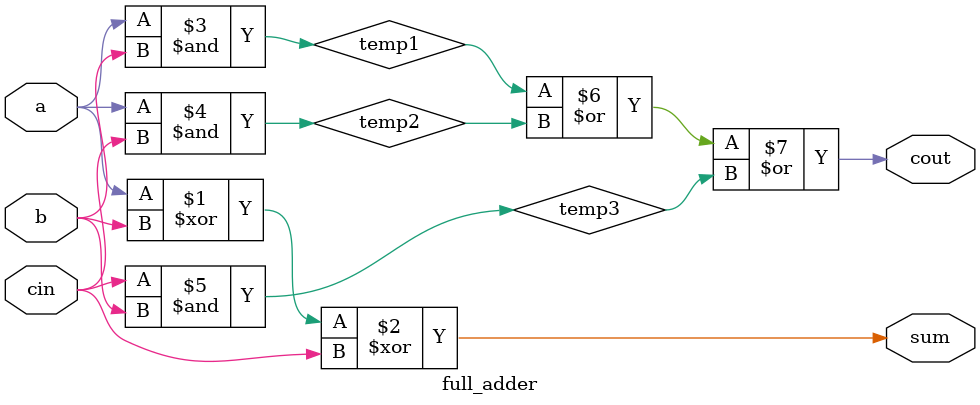
<source format=v>
module full_adder(a, b, sum, cin, cout);

input a;
input b;
input cin;
output sum;
output cout;
wire temp1, temp2, temp3;
/*
TODO:
use gate level primitives to construct a full adder
Useful gate primitives: or, and , xor
*/
xor xor0(sum, a, b, cin);
and and0(temp1, a, b);
and and1(temp2, a, cin);
and and2(temp3, cin, b);
or or0(cout, temp1, temp2, temp3);

endmodule

</source>
